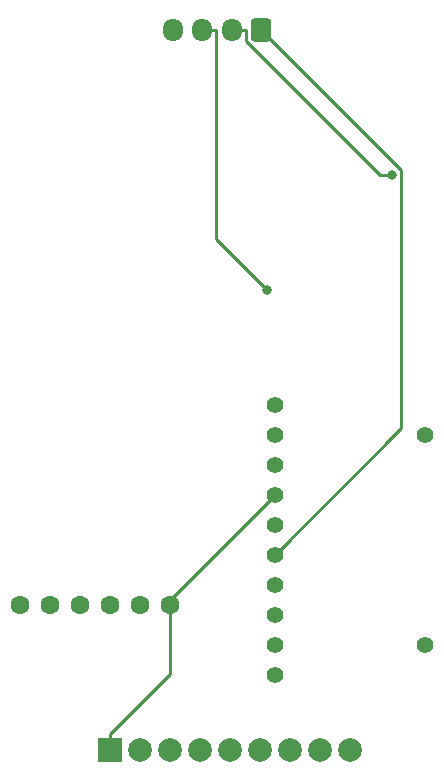
<source format=gbr>
%TF.GenerationSoftware,KiCad,Pcbnew,(6.0.11)*%
%TF.CreationDate,2023-02-24T20:03:43+09:00*%
%TF.ProjectId,Underside,556e6465-7273-4696-9465-2e6b69636164,rev?*%
%TF.SameCoordinates,Original*%
%TF.FileFunction,Copper,L2,Bot*%
%TF.FilePolarity,Positive*%
%FSLAX46Y46*%
G04 Gerber Fmt 4.6, Leading zero omitted, Abs format (unit mm)*
G04 Created by KiCad (PCBNEW (6.0.11)) date 2023-02-24 20:03:43*
%MOMM*%
%LPD*%
G01*
G04 APERTURE LIST*
G04 Aperture macros list*
%AMRoundRect*
0 Rectangle with rounded corners*
0 $1 Rounding radius*
0 $2 $3 $4 $5 $6 $7 $8 $9 X,Y pos of 4 corners*
0 Add a 4 corners polygon primitive as box body*
4,1,4,$2,$3,$4,$5,$6,$7,$8,$9,$2,$3,0*
0 Add four circle primitives for the rounded corners*
1,1,$1+$1,$2,$3*
1,1,$1+$1,$4,$5*
1,1,$1+$1,$6,$7*
1,1,$1+$1,$8,$9*
0 Add four rect primitives between the rounded corners*
20,1,$1+$1,$2,$3,$4,$5,0*
20,1,$1+$1,$4,$5,$6,$7,0*
20,1,$1+$1,$6,$7,$8,$9,0*
20,1,$1+$1,$8,$9,$2,$3,0*%
G04 Aperture macros list end*
%TA.AperFunction,ComponentPad*%
%ADD10RoundRect,0.250000X0.600000X0.725000X-0.600000X0.725000X-0.600000X-0.725000X0.600000X-0.725000X0*%
%TD*%
%TA.AperFunction,ComponentPad*%
%ADD11O,1.700000X1.950000*%
%TD*%
%TA.AperFunction,ComponentPad*%
%ADD12C,1.400000*%
%TD*%
%TA.AperFunction,ComponentPad*%
%ADD13C,1.600000*%
%TD*%
%TA.AperFunction,ComponentPad*%
%ADD14R,2.000000X2.000000*%
%TD*%
%TA.AperFunction,ComponentPad*%
%ADD15C,2.000000*%
%TD*%
%TA.AperFunction,ViaPad*%
%ADD16C,0.800000*%
%TD*%
%TA.AperFunction,Conductor*%
%ADD17C,0.250000*%
%TD*%
G04 APERTURE END LIST*
D10*
%TO.P,TORICA-UART1,1,Pin_1*%
%TO.N,GND*%
X111270000Y-54670000D03*
D11*
%TO.P,TORICA-UART1,2,Pin_2*%
%TO.N,+5V*%
X108770000Y-54670000D03*
%TO.P,TORICA-UART1,3,Pin_3*%
%TO.N,/DTXR*%
X106270000Y-54670000D03*
%TO.P,TORICA-UART1,4,Pin_4*%
%TO.N,/DRXT*%
X103770000Y-54670000D03*
%TD*%
D12*
%TO.P,J1,1,DAT2*%
%TO.N,unconnected-(J1-Pad1)*%
X112440000Y-86360000D03*
%TO.P,J1,2,DAT3/CD*%
%TO.N,/CS*%
X112440000Y-88900000D03*
%TO.P,J1,3,CMD*%
%TO.N,Net-(J1-Pad3)*%
X112440000Y-91440000D03*
%TO.P,J1,4,VDD*%
%TO.N,+3.3V*%
X112440000Y-93980000D03*
%TO.P,J1,5,CLK*%
%TO.N,Net-(J1-Pad5)*%
X112440000Y-96520000D03*
%TO.P,J1,6,VSS*%
%TO.N,GND*%
X112440000Y-99060000D03*
%TO.P,J1,7,DAT0*%
%TO.N,Net-(J1-Pad7)*%
X112440000Y-101600000D03*
%TO.P,J1,8,DAT1*%
%TO.N,unconnected-(J1-Pad8)*%
X112440000Y-104140000D03*
%TO.P,J1,9,DET_B*%
%TO.N,unconnected-(J1-Pad9)*%
X112440000Y-106680000D03*
%TO.P,J1,10,DET_A*%
%TO.N,unconnected-(J1-Pad10)*%
X112440000Y-109220000D03*
%TO.P,J1,11,SHIELD*%
%TO.N,unconnected-(J1-Pad11)*%
X125140000Y-106680000D03*
%TO.P,J1,13*%
%TO.N,N/C*%
X125140000Y-88900000D03*
%TD*%
D13*
%TO.P,U1,1,VCC*%
%TO.N,+3.3V*%
X103550000Y-103290000D03*
%TO.P,U1,2,SDI*%
%TO.N,Net-(U1-Pad2)*%
X101010000Y-103290000D03*
%TO.P,U1,3,GND*%
%TO.N,GND*%
X98470000Y-103290000D03*
%TO.P,U1,4,SDO*%
%TO.N,unconnected-(U1-Pad4)*%
X95930000Y-103290000D03*
%TO.P,U1,5,CSK*%
%TO.N,Net-(U1-Pad5)*%
X93390000Y-103290000D03*
%TO.P,U1,6,CS*%
%TO.N,unconnected-(U1-Pad6)*%
X90850000Y-103290000D03*
%TD*%
D14*
%TO.P,U2,1,VCC*%
%TO.N,+3.3V*%
X98470000Y-115570000D03*
D15*
%TO.P,U2,2,GND*%
%TO.N,GND*%
X101010000Y-115570000D03*
%TO.P,U2,3,NRST*%
%TO.N,unconnected-(U2-Pad3)*%
X103550000Y-115570000D03*
%TO.P,U2,4,ECHO*%
%TO.N,Net-(U2-Pad4)*%
X106090000Y-115570000D03*
%TO.P,U2,5,SERVO*%
%TO.N,unconnected-(U2-Pad5)*%
X108630000Y-115570000D03*
%TO.P,U2,6,COMP/TRIG*%
%TO.N,Net-(U2-Pad6)*%
X111170000Y-115570000D03*
%TO.P,U2,7,DAC_OUT*%
%TO.N,unconnected-(U2-Pad7)*%
X113710000Y-115570000D03*
%TO.P,U2,8,RXD*%
%TO.N,unconnected-(U2-Pad8)*%
X116250000Y-115570000D03*
%TO.P,U2,9,TXD*%
%TO.N,unconnected-(U2-Pad9)*%
X118790000Y-115570000D03*
%TD*%
D16*
%TO.N,/DTXR*%
X111760000Y-76668800D03*
%TO.N,+5V*%
X122378700Y-66904800D03*
%TD*%
D17*
%TO.N,/DTXR*%
X106270000Y-54670000D02*
X107445100Y-54670000D01*
X107445100Y-72353900D02*
X111760000Y-76668800D01*
X107445100Y-54670000D02*
X107445100Y-72353900D01*
%TO.N,+5V*%
X108770000Y-54670000D02*
X109945100Y-54670000D01*
X121286300Y-66904800D02*
X122378700Y-66904800D01*
X109945100Y-55563600D02*
X121286300Y-66904800D01*
X109945100Y-54670000D02*
X109945100Y-55563600D01*
%TO.N,GND*%
X123137400Y-66537400D02*
X111270000Y-54670000D01*
X123137400Y-88362600D02*
X123137400Y-66537400D01*
X112440000Y-99060000D02*
X123137400Y-88362600D01*
%TO.N,+3.3V*%
X98470000Y-115570000D02*
X98470000Y-114244900D01*
X103550000Y-109164900D02*
X103550000Y-103290000D01*
X98470000Y-114244900D02*
X103550000Y-109164900D01*
X103550000Y-102870000D02*
X112440000Y-93980000D01*
X103550000Y-103290000D02*
X103550000Y-102870000D01*
%TD*%
M02*

</source>
